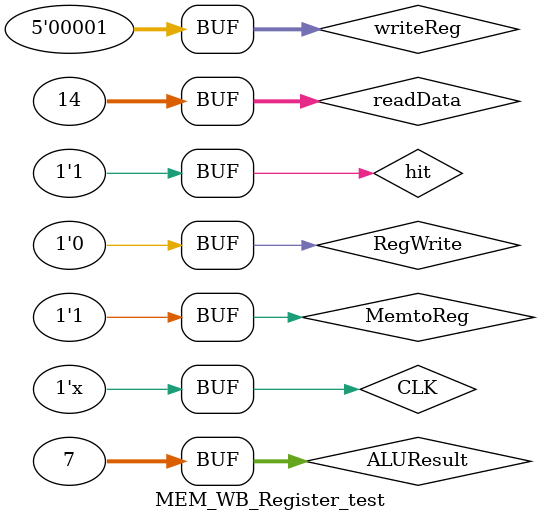
<source format=v>
`timescale 1ns / 1ps

`include "MEM_WB_Register.v"
module MEM_WB_Register_test;

	// Inputs
	reg CLK;
	reg hit;
	reg [31:0] readData;
	reg [31:0] ALUResult;
	reg [4:0] writeReg;
	reg RegWrite;
	reg MemtoReg;

	// Outputs
	wire hitOut;
	wire [31:0] readDataOut;
	wire [31:0] ALUResultOut;
	wire [4:0] writeRegOut;
	wire RegWriteOut;
	wire MemtoRegOut;
	initial begin
		$dumpfile("MEM_WB_Register_test.vcd");
		$dumpvars(0, MEM_WB_Register_test);
	end
	// Instantiate the Unit Under Test (UUT)
	MEM_WB_Register uut (
		.CLK(CLK), 
		.hit(hit), 
		.readData(readData), 
		.ALUResult(ALUResult), 
		.writeReg(writeReg), 
		.RegWrite(RegWrite), 
		.MemtoReg(MemtoReg), 
		.hitOut(hitOut), 
		.readDataOut(readDataOut), 
		.ALUResultOut(ALUResultOut), 
		.writeRegOut(writeRegOut), 
		.RegWriteOut(RegWriteOut), 
		.MemtoRegOut(MemtoRegOut)
	);
	
	initial 
		begin
			CLK = 0;
		end
	
	always # 50 CLK = ~CLK; 


	initial begin

		hit       = 1;
		readData  = 5'b01110;
		ALUResult = 32'b0000_0000_0000_0000_0000_0000_0000_0111; // 7
		writeReg  = 1;
		RegWrite  = 0;
		MemtoReg  = 1;

		#100;
		



	end
      
endmodule
</source>
